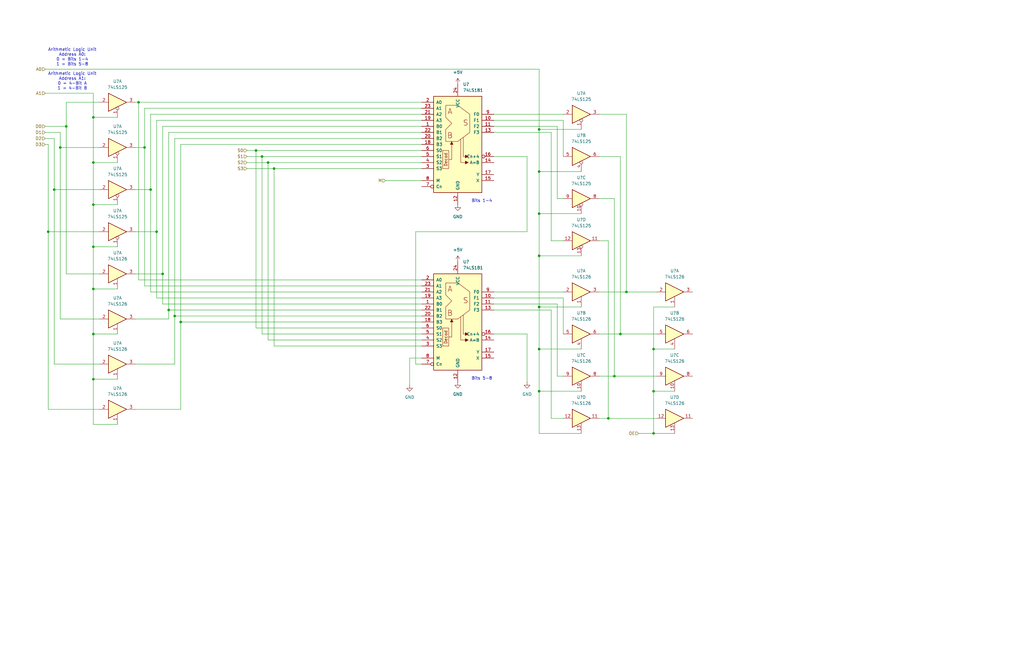
<source format=kicad_sch>
(kicad_sch (version 20231120) (generator "eeschema") (generator_version "8.0")
  (paper "B")
  (lib_symbols
    (symbol "74xx:74HC04"
      (property "Reference" "U" (at 0 1.27 0))
      (property "Value" "74HC04" (at 0 -1.27 0))
      (symbol "74HC04_1_0"
        (polyline (pts (xy -3.81 3.81) (xy -3.81 -3.81) (xy 3.81 0) (xy -3.81 3.81)) (stroke (width 0.254)) (fill (type background)))
        (pin input line (at -7.62 0 0) (length 3.81) (name "~") (number "1"))
        (pin output inverted (at 7.62 0 180) (length 3.81) (name "~") (number "2"))
      )
      (symbol "74HC04_2_0"
        (polyline (pts (xy -3.81 3.81) (xy -3.81 -3.81) (xy 3.81 0) (xy -3.81 3.81)) (stroke (width 0.254)) (fill (type background)))
        (pin input line (at -7.62 0 0) (length 3.81) (name "~") (number "3"))
        (pin output inverted (at 7.62 0 180) (length 3.81) (name "~") (number "4"))
      )
      (symbol "74HC04_3_0"
        (polyline (pts (xy -3.81 3.81) (xy -3.81 -3.81) (xy 3.81 0) (xy -3.81 3.81)) (stroke (width 0.254)) (fill (type background)))
        (pin input line (at -7.62 0 0) (length 3.81) (name "~") (number "5"))
        (pin output inverted (at 7.62 0 180) (length 3.81) (name "~") (number "6"))
      )
      (symbol "74HC04_4_0"
        (polyline (pts (xy -3.81 3.81) (xy -3.81 -3.81) (xy 3.81 0) (xy -3.81 3.81)) (stroke (width 0.254)) (fill (type background)))
        (pin output inverted (at 7.62 0 180) (length 3.81) (name "~") (number "8"))
        (pin input line (at -7.62 0 0) (length 3.81) (name "~") (number "9"))
      )
      (symbol "74HC04_5_0"
        (polyline (pts (xy -3.81 3.81) (xy -3.81 -3.81) (xy 3.81 0) (xy -3.81 3.81)) (stroke (width 0.254)) (fill (type background)))
        (pin output inverted (at 7.62 0 180) (length 3.81) (name "~") (number "10"))
        (pin input line (at -7.62 0 0) (length 3.81) (name "~") (number "11"))
      )
      (symbol "74HC04_6_0"
        (polyline (pts (xy -3.81 3.81) (xy -3.81 -3.81) (xy 3.81 0) (xy -3.81 3.81)) (stroke (width 0.254)) (fill (type background)))
        (pin output inverted (at 7.62 0 180) (length 3.81) (name "~") (number "12"))
        (pin input line (at -7.62 0 0) (length 3.81) (name "~") (number "13"))
      )
      (symbol "74HC04_7_0"
        (pin power_in line (at 0 12.7 270) (length 5.08) (name "VCC") (number "14"))
        (pin power_in line (at 0 -12.7 90) (length 5.08) (name "GND") (number "7"))
      )
      (symbol "74HC04_7_1"
        (rectangle (start -5.08 7.62) (end 5.08 -7.62) (stroke (width 0.254)) (fill (type background)))
      )
    )
    (symbol "74xx:74LS08" (pin_names (offset 1.016))
      (property "Reference" "U" (at 0 1.27 0))
      (property "Value" "74LS08" (at 0 -1.27 0))
      (symbol "74LS08_1_1"
        (arc (start 0 -3.81) (mid 3.7934 0) (end 0 3.81) (stroke (width 0.254)) (fill (type background)))
        (polyline (pts (xy 0 3.81) (xy -3.81 3.81) (xy -3.81 -3.81) (xy 0 -3.81)) (stroke (width 0.254)) (fill (type background)))
        (pin input line (at -7.62 2.54 0) (length 3.81) (name "~") (number "1"))
        (pin input line (at -7.62 -2.54 0) (length 3.81) (name "~") (number "2"))
        (pin output line (at 7.62 0 180) (length 3.81) (name "~") (number "3"))
      )
      (symbol "74LS08_1_2"
        (arc (start -3.81 -3.81) (mid -2.589 0) (end -3.81 3.81) (stroke (width 0.254)))
        (arc (start -0.6096 -3.81) (mid 2.1842 -2.5851) (end 3.81 0) (stroke (width 0.254)) (fill (type background)))
        (polyline (pts (xy -3.81 -3.81) (xy -0.635 -3.81)) (stroke (width 0.254)) (fill (type background)))
        (polyline (pts (xy -3.81 3.81) (xy -0.635 3.81)) (stroke (width 0.254)) (fill (type background)))
        (polyline (pts (xy -0.635 3.81) (xy -3.81 3.81) (xy -3.81 3.81) (xy -3.556 3.4036) (xy -3.0226 2.2606) (xy -2.6924 1.0414) (xy -2.6162 -0.254) (xy -2.7686 -1.4986) (xy -3.175 -2.7178) (xy -3.81 -3.81) (xy -3.81 -3.81) (xy -0.635 -3.81)) (stroke (width -25.4)) (fill (type background)))
        (arc (start 3.81 0) (mid 2.1915 2.5936) (end -0.6096 3.81) (stroke (width 0.254)) (fill (type background)))
        (pin input inverted (at -7.62 2.54 0) (length 4.318) (name "~") (number "1"))
        (pin input inverted (at -7.62 -2.54 0) (length 4.318) (name "~") (number "2"))
        (pin output inverted (at 7.62 0 180) (length 3.81) (name "~") (number "3"))
      )
      (symbol "74LS08_2_1"
        (arc (start 0 -3.81) (mid 3.7934 0) (end 0 3.81) (stroke (width 0.254)) (fill (type background)))
        (polyline (pts (xy 0 3.81) (xy -3.81 3.81) (xy -3.81 -3.81) (xy 0 -3.81)) (stroke (width 0.254)) (fill (type background)))
        (pin input line (at -7.62 2.54 0) (length 3.81) (name "~") (number "4"))
        (pin input line (at -7.62 -2.54 0) (length 3.81) (name "~") (number "5"))
        (pin output line (at 7.62 0 180) (length 3.81) (name "~") (number "6"))
      )
      (symbol "74LS08_2_2"
        (arc (start -3.81 -3.81) (mid -2.589 0) (end -3.81 3.81) (stroke (width 0.254)))
        (arc (start -0.6096 -3.81) (mid 2.1842 -2.5851) (end 3.81 0) (stroke (width 0.254)) (fill (type background)))
        (polyline (pts (xy -3.81 -3.81) (xy -0.635 -3.81)) (stroke (width 0.254)) (fill (type background)))
        (polyline (pts (xy -3.81 3.81) (xy -0.635 3.81)) (stroke (width 0.254)) (fill (type background)))
        (polyline (pts (xy -0.635 3.81) (xy -3.81 3.81) (xy -3.81 3.81) (xy -3.556 3.4036) (xy -3.0226 2.2606) (xy -2.6924 1.0414) (xy -2.6162 -0.254) (xy -2.7686 -1.4986) (xy -3.175 -2.7178) (xy -3.81 -3.81) (xy -3.81 -3.81) (xy -0.635 -3.81)) (stroke (width -25.4)) (fill (type background)))
        (arc (start 3.81 0) (mid 2.1915 2.5936) (end -0.6096 3.81) (stroke (width 0.254)) (fill (type background)))
        (pin input inverted (at -7.62 2.54 0) (length 4.318) (name "~") (number "4"))
        (pin input inverted (at -7.62 -2.54 0) (length 4.318) (name "~") (number "5"))
        (pin output inverted (at 7.62 0 180) (length 3.81) (name "~") (number "6"))
      )
      (symbol "74LS08_3_1"
        (arc (start 0 -3.81) (mid 3.7934 0) (end 0 3.81) (stroke (width 0.254)) (fill (type background)))
        (polyline (pts (xy 0 3.81) (xy -3.81 3.81) (xy -3.81 -3.81) (xy 0 -3.81)) (stroke (width 0.254)) (fill (type background)))
        (pin input line (at -7.62 -2.54 0) (length 3.81) (name "~") (number "10"))
        (pin output line (at 7.62 0 180) (length 3.81) (name "~") (number "8"))
        (pin input line (at -7.62 2.54 0) (length 3.81) (name "~") (number "9"))
      )
      (symbol "74LS08_3_2"
        (arc (start -3.81 -3.81) (mid -2.589 0) (end -3.81 3.81) (stroke (width 0.254)))
        (arc (start -0.6096 -3.81) (mid 2.1842 -2.5851) (end 3.81 0) (stroke (width 0.254)) (fill (type background)))
        (polyline (pts (xy -3.81 -3.81) (xy -0.635 -3.81)) (stroke (width 0.254)) (fill (type background)))
        (polyline (pts (xy -3.81 3.81) (xy -0.635 3.81)) (stroke (width 0.254)) (fill (type background)))
        (polyline (pts (xy -0.635 3.81) (xy -3.81 3.81) (xy -3.81 3.81) (xy -3.556 3.4036) (xy -3.0226 2.2606) (xy -2.6924 1.0414) (xy -2.6162 -0.254) (xy -2.7686 -1.4986) (xy -3.175 -2.7178) (xy -3.81 -3.81) (xy -3.81 -3.81) (xy -0.635 -3.81)) (stroke (width -25.4)) (fill (type background)))
        (arc (start 3.81 0) (mid 2.1915 2.5936) (end -0.6096 3.81) (stroke (width 0.254)) (fill (type background)))
        (pin input inverted (at -7.62 -2.54 0) (length 4.318) (name "~") (number "10"))
        (pin output inverted (at 7.62 0 180) (length 3.81) (name "~") (number "8"))
        (pin input inverted (at -7.62 2.54 0) (length 4.318) (name "~") (number "9"))
      )
      (symbol "74LS08_4_1"
        (arc (start 0 -3.81) (mid 3.7934 0) (end 0 3.81) (stroke (width 0.254)) (fill (type background)))
        (polyline (pts (xy 0 3.81) (xy -3.81 3.81) (xy -3.81 -3.81) (xy 0 -3.81)) (stroke (width 0.254)) (fill (type background)))
        (pin output line (at 7.62 0 180) (length 3.81) (name "~") (number "11"))
        (pin input line (at -7.62 2.54 0) (length 3.81) (name "~") (number "12"))
        (pin input line (at -7.62 -2.54 0) (length 3.81) (name "~") (number "13"))
      )
      (symbol "74LS08_4_2"
        (arc (start -3.81 -3.81) (mid -2.589 0) (end -3.81 3.81) (stroke (width 0.254)))
        (arc (start -0.6096 -3.81) (mid 2.1842 -2.5851) (end 3.81 0) (stroke (width 0.254)) (fill (type background)))
        (polyline (pts (xy -3.81 -3.81) (xy -0.635 -3.81)) (stroke (width 0.254)) (fill (type background)))
        (polyline (pts (xy -3.81 3.81) (xy -0.635 3.81)) (stroke (width 0.254)) (fill (type background)))
        (polyline (pts (xy -0.635 3.81) (xy -3.81 3.81) (xy -3.81 3.81) (xy -3.556 3.4036) (xy -3.0226 2.2606) (xy -2.6924 1.0414) (xy -2.6162 -0.254) (xy -2.7686 -1.4986) (xy -3.175 -2.7178) (xy -3.81 -3.81) (xy -3.81 -3.81) (xy -0.635 -3.81)) (stroke (width -25.4)) (fill (type background)))
        (arc (start 3.81 0) (mid 2.1915 2.5936) (end -0.6096 3.81) (stroke (width 0.254)) (fill (type background)))
        (pin output inverted (at 7.62 0 180) (length 3.81) (name "~") (number "11"))
        (pin input inverted (at -7.62 2.54 0) (length 4.318) (name "~") (number "12"))
        (pin input inverted (at -7.62 -2.54 0) (length 4.318) (name "~") (number "13"))
      )
      (symbol "74LS08_5_0"
        (pin power_in line (at 0 12.7 270) (length 5.08) (name "VCC") (number "14"))
        (pin power_in line (at 0 -12.7 90) (length 5.08) (name "GND") (number "7"))
      )
      (symbol "74LS08_5_1"
        (rectangle (start -5.08 7.62) (end 5.08 -7.62) (stroke (width 0.254)) (fill (type background)))
      )
    )
    (symbol "74xx:74LS125" (pin_names (offset 1.016))
      (property "Reference" "U" (at 0 1.27 0))
      (property "Value" "74LS125" (at 0 -1.27 0))
      (symbol "74LS125_1_0"
        (polyline (pts (xy -3.81 3.81) (xy -3.81 -3.81) (xy 3.81 0) (xy -3.81 3.81)) (stroke (width 0.254)) (fill (type background)))
        (pin input inverted (at 0 -6.35 90) (length 4.445) (name "~") (number "1"))
        (pin input line (at -7.62 0 0) (length 3.81) (name "~") (number "2"))
        (pin tri_state line (at 7.62 0 180) (length 3.81) (name "~") (number "3"))
      )
      (symbol "74LS125_2_0"
        (polyline (pts (xy -3.81 3.81) (xy -3.81 -3.81) (xy 3.81 0) (xy -3.81 3.81)) (stroke (width 0.254)) (fill (type background)))
        (pin input inverted (at 0 -6.35 90) (length 4.445) (name "~") (number "4"))
        (pin input line (at -7.62 0 0) (length 3.81) (name "~") (number "5"))
        (pin tri_state line (at 7.62 0 180) (length 3.81) (name "~") (number "6"))
      )
      (symbol "74LS125_3_0"
        (polyline (pts (xy -3.81 3.81) (xy -3.81 -3.81) (xy 3.81 0) (xy -3.81 3.81)) (stroke (width 0.254)) (fill (type background)))
        (pin input inverted (at 0 -6.35 90) (length 4.445) (name "~") (number "10"))
        (pin tri_state line (at 7.62 0 180) (length 3.81) (name "~") (number "8"))
        (pin input line (at -7.62 0 0) (length 3.81) (name "~") (number "9"))
      )
      (symbol "74LS125_4_0"
        (polyline (pts (xy -3.81 3.81) (xy -3.81 -3.81) (xy 3.81 0) (xy -3.81 3.81)) (stroke (width 0.254)) (fill (type background)))
        (pin tri_state line (at 7.62 0 180) (length 3.81) (name "~") (number "11"))
        (pin input line (at -7.62 0 0) (length 3.81) (name "~") (number "12"))
        (pin input inverted (at 0 -6.35 90) (length 4.445) (name "~") (number "13"))
      )
      (symbol "74LS125_5_0"
        (pin power_in line (at 0 12.7 270) (length 5.08) (name "VCC") (number "14"))
        (pin power_in line (at 0 -12.7 90) (length 5.08) (name "GND") (number "7"))
      )
      (symbol "74LS125_5_1"
        (rectangle (start -5.08 7.62) (end 5.08 -7.62) (stroke (width 0.254)) (fill (type background)))
      )
    )
    (symbol "74xx:74LS126" (pin_names (offset 1.016))
      (property "Reference" "U" (at 0 1.27 0))
      (property "Value" "74LS126" (at 0 -1.27 0))
      (symbol "74LS126_1_0"
        (polyline (pts (xy -3.81 3.81) (xy -3.81 -3.81) (xy 3.81 0) (xy -3.81 3.81)) (stroke (width 0.254)) (fill (type background)))
        (pin input line (at 0 -6.35 90) (length 4.445) (name "~") (number "1"))
        (pin input line (at -7.62 0 0) (length 3.81) (name "~") (number "2"))
        (pin tri_state line (at 7.62 0 180) (length 3.81) (name "~") (number "3"))
      )
      (symbol "74LS126_2_0"
        (polyline (pts (xy -3.81 3.81) (xy -3.81 -3.81) (xy 3.81 0) (xy -3.81 3.81)) (stroke (width 0.254)) (fill (type background)))
        (pin input line (at 0 -6.35 90) (length 4.445) (name "~") (number "4"))
        (pin input line (at -7.62 0 0) (length 3.81) (name "~") (number "5"))
        (pin tri_state line (at 7.62 0 180) (length 3.81) (name "~") (number "6"))
      )
      (symbol "74LS126_3_0"
        (polyline (pts (xy -3.81 3.81) (xy -3.81 -3.81) (xy 3.81 0) (xy -3.81 3.81)) (stroke (width 0.254)) (fill (type background)))
        (pin input line (at 0 -6.35 90) (length 4.445) (name "~") (number "10"))
        (pin tri_state line (at 7.62 0 180) (length 3.81) (name "~") (number "8"))
        (pin input line (at -7.62 0 0) (length 3.81) (name "~") (number "9"))
      )
      (symbol "74LS126_4_0"
        (polyline (pts (xy -3.81 3.81) (xy -3.81 -3.81) (xy 3.81 0) (xy -3.81 3.81)) (stroke (width 0.254)) (fill (type background)))
        (pin tri_state line (at 7.62 0 180) (length 3.81) (name "~") (number "11"))
        (pin input line (at -7.62 0 0) (length 3.81) (name "~") (number "12"))
        (pin input line (at 0 -6.35 90) (length 4.445) (name "~") (number "13"))
      )
      (symbol "74LS126_5_0"
        (pin power_in line (at 0 12.7 270) (length 5.08) (name "VCC") (number "14"))
        (pin power_in line (at 0 -12.7 90) (length 5.08) (name "GND") (number "7"))
      )
      (symbol "74LS126_5_1"
        (rectangle (start -5.08 7.62) (end 5.08 -7.62) (stroke (width 0.254)) (fill (type background)))
      )
    )
    (symbol "74xx:74LS181" (pin_names (offset 1.016))
      (property "Reference" "U" (at -7.62 21.59 0))
      (property "Value" "74LS181" (at -7.62 -21.59 0))
      (symbol "74LS181_1_0"
        (polyline (pts (xy -3.81 -6.35) (xy -2.54 -6.35) (xy -2.54 1.27)))
        (polyline (pts (xy -2.54 1.27) (xy -3.175 0) (xy -1.905 0)) (fill (type outline)))
        (polyline (pts (xy 1.27 2.159) (xy 1.27 -7.62) (xy 3.175 -7.62)))
        (polyline (pts (xy 3.175 -5.08) (xy 2.286 -5.08) (xy 2.286 2.921)))
        (polyline (pts (xy 4.445 -7.62) (xy 3.175 -6.985) (xy 3.175 -8.255) (xy 4.445 -7.62)) (fill (type outline)))
        (polyline (pts (xy 4.445 -5.08) (xy 3.175 -4.445) (xy 3.175 -5.715) (xy 4.445 -5.08)) (fill (type outline)))
        (polyline (pts (xy -6.35 -2.54) (xy -6.35 -10.16) (xy -3.81 -10.16) (xy -3.81 -2.54) (xy -6.35 -2.54)))
        (polyline (pts (xy -5.08 16.51) (xy -5.08 11.43) (xy -2.54 8.89) (xy -5.08 6.35) (xy -5.08 1.27) (xy 0 1.27) (xy 5.08 5.08) (xy 5.08 12.7) (xy 0 16.51) (xy -5.08 16.51)))
        (text "A" (at -3.302 13.97 0) (effects (font (size 2.286 2.286))))
        (text "B" (at -3.302 3.81 0) (effects (font (size 2.286 2.286))))
        (text "Decod" (at -5.08 -6.35 900) (effects (font (size 1.27 1.27))))
        (text "S" (at 3.302 9.144 0) (effects (font (size 2.286 2.286))))
        (pin input line (at -15.24 7.62 0) (length 5.08) (name "B0") (number "1"))
        (pin output line (at 15.24 10.16 180) (length 5.08) (name "F1") (number "10"))
        (pin output line (at 15.24 7.62 180) (length 5.08) (name "F2") (number "11"))
        (pin power_in line (at 0 -25.4 90) (length 5.08) (name "GND") (number "12"))
        (pin output line (at 15.24 5.08 180) (length 5.08) (name "F3") (number "13"))
        (pin output line (at 15.24 -7.62 180) (length 5.08) (name "A=B") (number "14"))
        (pin output line (at 15.24 -15.24 180) (length 5.08) (name "X") (number "15"))
        (pin output inverted (at 15.24 -5.08 180) (length 5.08) (name "Cn+4") (number "16"))
        (pin output line (at 15.24 -12.7 180) (length 5.08) (name "Y") (number "17"))
        (pin input line (at -15.24 0 0) (length 5.08) (name "B3") (number "18"))
        (pin input line (at -15.24 10.16 0) (length 5.08) (name "A3") (number "19"))
        (pin input line (at -15.24 17.78 0) (length 5.08) (name "A0") (number "2"))
        (pin input line (at -15.24 2.54 0) (length 5.08) (name "B2") (number "20"))
        (pin input line (at -15.24 12.7 0) (length 5.08) (name "A2") (number "21"))
        (pin input line (at -15.24 5.08 0) (length 5.08) (name "B1") (number "22"))
        (pin input line (at -15.24 15.24 0) (length 5.08) (name "A1") (number "23"))
        (pin power_in line (at 0 25.4 270) (length 5.08) (name "VCC") (number "24"))
        (pin input line (at -15.24 -10.16 0) (length 5.08) (name "S3") (number "3"))
        (pin input line (at -15.24 -7.62 0) (length 5.08) (name "S2") (number "4"))
        (pin input line (at -15.24 -5.08 0) (length 5.08) (name "S1") (number "5"))
        (pin input line (at -15.24 -2.54 0) (length 5.08) (name "S0") (number "6"))
        (pin input inverted (at -15.24 -17.78 0) (length 5.08) (name "Cn") (number "7"))
        (pin input line (at -15.24 -15.24 0) (length 5.08) (name "M") (number "8"))
        (pin output line (at 15.24 12.7 180) (length 5.08) (name "F0") (number "9"))
      )
      (symbol "74LS181_1_1"
        (rectangle (start -10.16 20.32) (end 10.16 -20.32) (stroke (width 0.254)) (fill (type background)))
      )
    )
    (symbol "74xx:74LS283" (pin_names (offset 1.016))
      (property "Reference" "U" (at -7.62 16.51 0))
      (property "Value" "74LS283" (at -7.62 -16.51 0))
      (symbol "74LS283_1_0"
        (pin output line (at 12.7 10.16 180) (length 5.08) (name "S2") (number "1"))
        (pin output line (at 12.7 5.08 180) (length 5.08) (name "S4") (number "10"))
        (pin input line (at -12.7 -12.7 0) (length 5.08) (name "B4") (number "11"))
        (pin input line (at -12.7 0 0) (length 5.08) (name "A4") (number "12"))
        (pin output line (at 12.7 7.62 180) (length 5.08) (name "S3") (number "13"))
        (pin input line (at -12.7 2.54 0) (length 5.08) (name "A3") (number "14"))
        (pin input line (at -12.7 -10.16 0) (length 5.08) (name "B3") (number "15"))
        (pin power_in line (at 0 20.32 270) (length 5.08) (name "VCC") (number "16"))
        (pin input line (at -12.7 -7.62 0) (length 5.08) (name "B2") (number "2"))
        (pin input line (at -12.7 5.08 0) (length 5.08) (name "A2") (number "3"))
        (pin output line (at 12.7 12.7 180) (length 5.08) (name "S1") (number "4"))
        (pin input line (at -12.7 7.62 0) (length 5.08) (name "A1") (number "5"))
        (pin input line (at -12.7 -5.08 0) (length 5.08) (name "B1") (number "6"))
        (pin input line (at -12.7 12.7 0) (length 5.08) (name "C0") (number "7"))
        (pin power_in line (at 0 -20.32 90) (length 5.08) (name "GND") (number "8"))
        (pin output line (at 12.7 0 180) (length 5.08) (name "C4") (number "9"))
      )
      (symbol "74LS283_1_1"
        (rectangle (start -7.62 15.24) (end 7.62 -15.24) (stroke (width 0.254)) (fill (type background)))
      )
    )
    (symbol "power:+5V" (power) (pin_numbers hide) (pin_names (offset 0) hide)
      (property "Value" "+5V" (at 0 3.556 0))
      (symbol "+5V_0_1"
        (polyline (pts (xy -0.762 1.27) (xy 0 2.54)))
        (polyline (pts (xy 0 0) (xy 0 2.54)))
        (polyline (pts (xy 0 2.54) (xy 0.762 1.27)))
      )
      (symbol "+5V_1_1"
        (pin power_in line (at 0 0 90) (length 0) (name "~") (number "1"))
      )
    )
    (symbol "power:GND" (power) (pin_numbers hide) (pin_names (offset 0) hide)
      (property "Value" "GND" (at 0 -3.81 0))
      (symbol "GND_0_1"
        (polyline (pts (xy 0 0) (xy 0 -1.27) (xy 1.27 -1.27) (xy 0 -2.54) (xy -1.27 -1.27) (xy 0 -1.27)))
      )
      (symbol "GND_1_1"
        (pin power_in line (at 0 0 270) (length 0) (name "~") (number "1"))
      )
    )
  )
  (junction (at 68.58 115.57))
  (junction (at 25.4 62.23))
  (junction (at 227.33 147.32))
  (junction (at 227.33 90.17))
  (junction (at 39.37 86.36))
  (junction (at 227.33 129.54))
  (junction (at 113.03 68.58))
  (junction (at 66.04 97.79))
  (junction (at 22.86 80.01))
  (junction (at 39.37 140.97))
  (junction (at 275.59 147.32))
  (junction (at 115.57 71.12))
  (junction (at 76.2 135.89))
  (junction (at 275.59 182.88))
  (junction (at 227.33 54.61))
  (junction (at 73.66 133.35))
  (junction (at 259.08 158.75))
  (junction (at 20.32 97.79))
  (junction (at 39.37 49.53))
  (junction (at 63.5 80.01))
  (junction (at 275.59 165.1))
  (junction (at 58.42 43.18))
  (junction (at 264.16 123.19))
  (junction (at 60.96 62.23))
  (junction (at 27.94 53.34))
  (junction (at 39.37 160.02))
  (junction (at 71.12 130.81))
  (junction (at 107.95 63.5))
  (junction (at 39.37 121.92))
  (junction (at 39.37 68.58))
  (junction (at 261.62 140.97))
  (junction (at 227.33 165.1))
  (junction (at 227.33 107.95))
  (junction (at 227.33 72.39))
  (junction (at 39.37 104.14))
  (junction (at 110.49 66.04))
  (junction (at 256.54 176.53))
  (wire (pts (xy 41.91 172.72) (xy 20.32 172.72)))
  (wire (pts (xy 237.49 50.8) (xy 237.49 66.04)))
  (wire (pts (xy 20.32 60.96) (xy 20.32 97.79)))
  (wire (pts (xy 269.24 182.88) (xy 275.59 182.88)))
  (wire (pts (xy 57.15 134.62) (xy 71.12 134.62)))
  (wire (pts (xy 177.8 133.35) (xy 73.66 133.35)))
  (wire (pts (xy 264.16 48.26) (xy 252.73 48.26)))
  (wire (pts (xy 259.08 83.82) (xy 252.73 83.82)))
  (wire (pts (xy 71.12 55.88) (xy 177.8 55.88)))
  (wire (pts (xy 177.8 120.65) (xy 60.96 120.65)))
  (wire (pts (xy 39.37 140.97) (xy 39.37 160.02)))
  (wire (pts (xy 227.33 147.32) (xy 245.11 147.32)))
  (wire (pts (xy 19.05 29.21) (xy 227.33 29.21)))
  (wire (pts (xy 275.59 129.54) (xy 275.59 147.32)))
  (wire (pts (xy 104.14 63.5) (xy 107.95 63.5)))
  (wire (pts (xy 261.62 140.97) (xy 276.86 140.97)))
  (wire (pts (xy 245.11 54.61) (xy 227.33 54.61)))
  (wire (pts (xy 19.05 58.42) (xy 22.86 58.42)))
  (wire (pts (xy 234.95 128.27) (xy 234.95 158.75)))
  (wire (pts (xy 234.95 53.34) (xy 234.95 83.82)))
  (wire (pts (xy 57.15 43.18) (xy 58.42 43.18)))
  (wire (pts (xy 208.28 125.73) (xy 237.49 125.73)))
  (wire (pts (xy 177.8 48.26) (xy 63.5 48.26)))
  (wire (pts (xy 76.2 135.89) (xy 76.2 60.96)))
  (wire (pts (xy 49.53 160.02) (xy 39.37 160.02)))
  (wire (pts (xy 49.53 68.58) (xy 39.37 68.58)))
  (wire (pts (xy 60.96 62.23) (xy 57.15 62.23)))
  (wire (pts (xy 232.41 55.88) (xy 208.28 55.88)))
  (wire (pts (xy 63.5 48.26) (xy 63.5 80.01)))
  (wire (pts (xy 172.72 162.56) (xy 172.72 151.13)))
  (wire (pts (xy 25.4 62.23) (xy 25.4 134.62)))
  (wire (pts (xy 284.48 129.54) (xy 275.59 129.54)))
  (wire (pts (xy -309.88 250.19) (xy -309.88 267.97)))
  (wire (pts (xy 256.54 101.6) (xy 256.54 176.53)))
  (wire (pts (xy 227.33 165.1) (xy 245.11 165.1)))
  (wire (pts (xy 227.33 90.17) (xy 227.33 107.95)))
  (wire (pts (xy 232.41 130.81) (xy 208.28 130.81)))
  (wire (pts (xy 177.8 128.27) (xy 68.58 128.27)))
  (wire (pts (xy 68.58 115.57) (xy 68.58 53.34)))
  (wire (pts (xy 275.59 147.32) (xy 275.59 165.1)))
  (wire (pts (xy 19.05 60.96) (xy 20.32 60.96)))
  (wire (pts (xy 25.4 55.88) (xy 25.4 62.23)))
  (wire (pts (xy 71.12 130.81) (xy 71.12 55.88)))
  (wire (pts (xy 73.66 133.35) (xy 73.66 153.67)))
  (wire (pts (xy 245.11 107.95) (xy 227.33 107.95)))
  (wire (pts (xy 252.73 101.6) (xy 256.54 101.6)))
  (wire (pts (xy 41.91 134.62) (xy 25.4 134.62)))
  (wire (pts (xy 63.5 123.19) (xy 63.5 80.01)))
  (wire (pts (xy 275.59 182.88) (xy 284.48 182.88)))
  (wire (pts (xy 76.2 172.72) (xy 76.2 135.89)))
  (wire (pts (xy 232.41 101.6) (xy 232.41 55.88)))
  (wire (pts (xy 57.15 153.67) (xy 73.66 153.67)))
  (wire (pts (xy 68.58 53.34) (xy 177.8 53.34)))
  (wire (pts (xy 208.28 53.34) (xy 234.95 53.34)))
  (wire (pts (xy 22.86 80.01) (xy 41.91 80.01)))
  (wire (pts (xy 264.16 123.19) (xy 264.16 48.26)))
  (wire (pts (xy 227.33 90.17) (xy 245.11 90.17)))
  (wire (pts (xy 60.96 45.72) (xy 60.96 62.23)))
  (wire (pts (xy 49.53 86.36) (xy 39.37 86.36)))
  (wire (pts (xy 162.56 76.2) (xy 177.8 76.2)))
  (wire (pts (xy 39.37 121.92) (xy 39.37 140.97)))
  (wire (pts (xy -284.48 250.19) (xy -309.88 250.19)))
  (wire (pts (xy 177.8 153.67) (xy 175.26 153.67)))
  (wire (pts (xy 259.08 158.75) (xy 276.86 158.75)))
  (wire (pts (xy 264.16 123.19) (xy 252.73 123.19)))
  (wire (pts (xy 177.8 58.42) (xy 73.66 58.42)))
  (wire (pts (xy 39.37 68.58) (xy 39.37 86.36)))
  (wire (pts (xy 227.33 72.39) (xy 227.33 54.61)))
  (wire (pts (xy 113.03 143.51) (xy 177.8 143.51)))
  (wire (pts (xy 227.33 107.95) (xy 227.33 129.54)))
  (wire (pts (xy 259.08 158.75) (xy 259.08 83.82)))
  (wire (pts (xy 39.37 49.53) (xy 49.53 49.53)))
  (wire (pts (xy 172.72 151.13) (xy 177.8 151.13)))
  (wire (pts (xy 107.95 63.5) (xy 107.95 138.43)))
  (wire (pts (xy 245.11 72.39) (xy 227.33 72.39)))
  (wire (pts (xy 22.86 80.01) (xy 22.86 58.42)))
  (wire (pts (xy 232.41 176.53) (xy 232.41 130.81)))
  (wire (pts (xy 66.04 125.73) (xy 66.04 97.79)))
  (wire (pts (xy 49.53 104.14) (xy 39.37 104.14)))
  (wire (pts (xy 227.33 129.54) (xy 227.33 147.32)))
  (wire (pts (xy 39.37 39.37) (xy 39.37 49.53)))
  (wire (pts (xy 104.14 68.58) (xy 113.03 68.58)))
  (wire (pts (xy 39.37 86.36) (xy 39.37 104.14)))
  (wire (pts (xy 68.58 128.27) (xy 68.58 115.57)))
  (wire (pts (xy 177.8 50.8) (xy 66.04 50.8)))
  (wire (pts (xy 104.14 66.04) (xy 110.49 66.04)))
  (wire (pts (xy 222.25 140.97) (xy 208.28 140.97)))
  (wire (pts (xy 252.73 140.97) (xy 261.62 140.97)))
  (wire (pts (xy 237.49 101.6) (xy 232.41 101.6)))
  (wire (pts (xy 107.95 63.5) (xy 177.8 63.5)))
  (wire (pts (xy 227.33 147.32) (xy 227.33 165.1)))
  (wire (pts (xy 57.15 97.79) (xy 66.04 97.79)))
  (wire (pts (xy 275.59 165.1) (xy 284.48 165.1)))
  (wire (pts (xy 208.28 50.8) (xy 237.49 50.8)))
  (wire (pts (xy 49.53 179.07) (xy 39.37 179.07)))
  (wire (pts (xy 222.25 140.97) (xy 222.25 161.29)))
  (wire (pts (xy 25.4 62.23) (xy 41.91 62.23)))
  (wire (pts (xy 177.8 45.72) (xy 60.96 45.72)))
  (wire (pts (xy 60.96 120.65) (xy 60.96 62.23)))
  (wire (pts (xy 175.26 97.79) (xy 222.25 97.79)))
  (wire (pts (xy 110.49 66.04) (xy 177.8 66.04)))
  (wire (pts (xy 39.37 104.14) (xy 39.37 121.92)))
  (wire (pts (xy 252.73 66.04) (xy 261.62 66.04)))
  (wire (pts (xy 27.94 53.34) (xy 27.94 115.57)))
  (wire (pts (xy 39.37 68.58) (xy 39.37 49.53)))
  (wire (pts (xy 66.04 50.8) (xy 66.04 97.79)))
  (wire (pts (xy 264.16 123.19) (xy 276.86 123.19)))
  (wire (pts (xy 19.05 55.88) (xy 25.4 55.88)))
  (wire (pts (xy 27.94 43.18) (xy 41.91 43.18)))
  (wire (pts (xy -284.48 219.71) (xy -284.48 250.19)))
  (wire (pts (xy 22.86 153.67) (xy 22.86 80.01)))
  (wire (pts (xy 256.54 176.53) (xy 276.86 176.53)))
  (wire (pts (xy 177.8 146.05) (xy 115.57 146.05)))
  (wire (pts (xy 261.62 66.04) (xy 261.62 140.97)))
  (wire (pts (xy 76.2 135.89) (xy 177.8 135.89)))
  (wire (pts (xy 58.42 118.11) (xy 58.42 43.18)))
  (wire (pts (xy 208.28 128.27) (xy 234.95 128.27)))
  (wire (pts (xy 115.57 71.12) (xy 177.8 71.12)))
  (wire (pts (xy 275.59 147.32) (xy 284.48 147.32)))
  (wire (pts (xy 177.8 140.97) (xy 110.49 140.97)))
  (wire (pts (xy 227.33 165.1) (xy 227.33 182.88)))
  (wire (pts (xy 227.33 29.21) (xy 227.33 54.61)))
  (wire (pts (xy 275.59 165.1) (xy 275.59 182.88)))
  (wire (pts (xy 71.12 134.62) (xy 71.12 130.81)))
  (wire (pts (xy 227.33 90.17) (xy 227.33 72.39)))
  (wire (pts (xy 110.49 140.97) (xy 110.49 66.04)))
  (wire (pts (xy 104.14 71.12) (xy 115.57 71.12)))
  (wire (pts (xy 57.15 172.72) (xy 76.2 172.72)))
  (wire (pts (xy 27.94 53.34) (xy 27.94 43.18)))
  (wire (pts (xy 41.91 153.67) (xy 22.86 153.67)))
  (wire (pts (xy 259.08 158.75) (xy 252.73 158.75)))
  (wire (pts (xy 58.42 43.18) (xy 177.8 43.18)))
  (wire (pts (xy 71.12 130.81) (xy 177.8 130.81)))
  (wire (pts (xy 222.25 97.79) (xy 222.25 66.04)))
  (wire (pts (xy 76.2 60.96) (xy 177.8 60.96)))
  (wire (pts (xy 41.91 115.57) (xy 27.94 115.57)))
  (wire (pts (xy 19.05 53.34) (xy 27.94 53.34)))
  (wire (pts (xy 113.03 68.58) (xy 113.03 143.51)))
  (wire (pts (xy 73.66 58.42) (xy 73.66 133.35)))
  (wire (pts (xy 57.15 115.57) (xy 68.58 115.57)))
  (wire (pts (xy 115.57 146.05) (xy 115.57 71.12)))
  (wire (pts (xy 20.32 172.72) (xy 20.32 97.79)))
  (wire (pts (xy 237.49 176.53) (xy 232.41 176.53)))
  (wire (pts (xy 177.8 118.11) (xy 58.42 118.11)))
  (wire (pts (xy 49.53 121.92) (xy 39.37 121.92)))
  (wire (pts (xy 177.8 125.73) (xy 66.04 125.73)))
  (wire (pts (xy 113.03 68.58) (xy 177.8 68.58)))
  (wire (pts (xy 237.49 125.73) (xy 237.49 140.97)))
  (wire (pts (xy 208.28 48.26) (xy 237.49 48.26)))
  (wire (pts (xy 252.73 176.53) (xy 256.54 176.53)))
  (wire (pts (xy 57.15 80.01) (xy 63.5 80.01)))
  (wire (pts (xy 49.53 140.97) (xy 39.37 140.97)))
  (wire (pts (xy 39.37 160.02) (xy 39.37 179.07)))
  (wire (pts (xy 177.8 123.19) (xy 63.5 123.19)))
  (wire (pts (xy 19.05 39.37) (xy 39.37 39.37)))
  (wire (pts (xy 245.11 129.54) (xy 227.33 129.54)))
  (wire (pts (xy 245.11 182.88) (xy 227.33 182.88)))
  (wire (pts (xy 20.32 97.79) (xy 41.91 97.79)))
  (wire (pts (xy 107.95 138.43) (xy 177.8 138.43)))
  (wire (pts (xy 222.25 66.04) (xy 208.28 66.04)))
  (wire (pts (xy 175.26 153.67) (xy 175.26 97.79)))
  (wire (pts (xy 234.95 158.75) (xy 237.49 158.75)))
  (wire (pts (xy 208.28 123.19) (xy 237.49 123.19)))
  (wire (pts (xy 234.95 83.82) (xy 237.49 83.82)))
  (text "Arithmetic Logic Unit\nAddress A1:\n0 = 4-Bit A\n1 = 4-Bit B" (at 30.48 34.29 0) (effects (font (size 1.27 1.27))))
  (text "Arithmetic Logic Unit\nAddress A0:\n0 = Bits 1-4\n1 = Bits 5-8" (at 30.48 24.13 0) (effects (font (size 1.27 1.27))))
  (text "Bits 5-8" (at 203.2 159.766 0) (effects (font (size 1.27 1.27))))
  (text "Bits 1-4" (at 203.2 84.836 0) (effects (font (size 1.27 1.27))))
  (hierarchical_label "D0" (shape input) (at 19.05 53.34 180))
  (hierarchical_label "S3" (shape input) (at 104.14 71.12 180))
  (hierarchical_label "S1" (shape input) (at 104.14 66.04 180))
  (hierarchical_label "A1" (shape input) (at 19.05 39.37 180))
  (hierarchical_label "D2" (shape input) (at 19.05 58.42 180))
  (hierarchical_label "S0" (shape input) (at 104.14 63.5 180))
  (hierarchical_label "D3" (shape input) (at 19.05 60.96 180))
  (hierarchical_label "A0" (shape input) (at 19.05 29.21 180))
  (hierarchical_label "D1" (shape input) (at 19.05 55.88 180))
  (hierarchical_label "OE" (shape input) (at 269.24 182.88 180))
  (hierarchical_label "M" (shape input) (at 162.56 76.2 180))
  (hierarchical_label "S2" (shape input) (at 104.14 68.58 180))
  (symbol (lib_id "74xx:74LS126") (at 284.48 123.19 0) (unit 1)
    (property "Reference" "U?" (at 284.48 114.3 0))
    (property "Value" "74LS126" (at 284.48 116.84 0))
    (property "Datasheet" "http://www.ti.com/lit/gpn/sn74LS126" (effects (hide yes)))
    (property "Description" "Quad buffer 3-State outputs" (effects (hide yes)))
  )
  (symbol (lib_id "power:GND") (at 193.04 86.36 0) (unit 1)
    (property "Reference" "#PWR022" (effects (hide yes)))
    (property "Value" "GND" (at 193.04 91.44 0))
    (property "Description" "Power symbol creates a global label with name \"GND\" , ground" (effects (hide yes)))
  )
  (symbol (lib_id "74xx:74LS125") (at 49.53 80.01 0) (unit 1)
    (property "Reference" "U?" (at 49.53 71.12 0))
    (property "Value" "74LS125" (at 49.53 73.66 0))
    (property "Datasheet" "http://www.ti.com/lit/gpn/sn74LS125" (effects (hide yes)))
    (property "Description" "Quad buffer 3-State outputs" (effects (hide yes)))
  )
  (symbol (lib_id "74xx:74LS126") (at 49.53 115.57 0) (unit 1)
    (property "Reference" "U?" (at 49.53 106.68 0))
    (property "Value" "74LS126" (at 49.53 109.22 0))
    (property "Datasheet" "http://www.ti.com/lit/gpn/sn74LS126" (effects (hide yes)))
    (property "Description" "Quad buffer 3-State outputs" (effects (hide yes)))
  )
  (symbol (lib_id "power:+5V") (at -297.18 260.35 0) (unit 1)
    (property "Reference" "#PWR036" (effects (hide yes)))
    (property "Value" "+5V" (at -297.18 255.27 0))
    (property "Description" "Power symbol creates a global label with name \"+5V\"" (effects (hide yes)))
  )
  (symbol (lib_id "74xx:74LS181") (at 193.04 135.89 0) (unit 1)
    (property "Reference" "U?" (at 195.2341 110.49 0) (effects (justify left)))
    (property "Value" "74LS181" (at 195.2341 113.03 0) (effects (justify left)))
    (property "Datasheet" "74xx/74F181.pdf" (effects (hide yes)))
    (property "Description" "Arithmetic logic unit" (effects (hide yes)))
  )
  (symbol (lib_id "74xx:74HC04") (at -40.64 139.7 0) (unit 3)
    (property "Reference" "U?" (at -40.64 130.81 0))
    (property "Value" "74HC04" (at -40.64 133.35 0))
    (property "Datasheet" "https://assets.nexperia.com/documents/data-sheet/74HC_HCT04.pdf" (effects (hide yes)))
    (property "Description" "Hex Inverter" (effects (hide yes)))
  )
  (symbol (lib_id "74xx:74LS126") (at 284.48 158.75 0) (unit 3)
    (property "Reference" "U?" (at 284.48 149.86 0))
    (property "Value" "74LS126" (at 284.48 152.4 0))
    (property "Datasheet" "http://www.ti.com/lit/gpn/sn74LS126" (effects (hide yes)))
    (property "Description" "Quad buffer 3-State outputs" (effects (hide yes)))
  )
  (symbol (lib_id "74xx:74LS126") (at 245.11 140.97 0) (unit 2)
    (property "Reference" "U?" (at 245.11 132.08 0))
    (property "Value" "74LS126" (at 245.11 134.62 0))
    (property "Datasheet" "http://www.ti.com/lit/gpn/sn74LS126" (effects (hide yes)))
    (property "Description" "Quad buffer 3-State outputs" (effects (hide yes)))
  )
  (symbol (lib_id "74xx:74LS181") (at 193.04 60.96 0) (unit 1)
    (property "Reference" "U?" (at 195.2341 35.56 0) (effects (justify left)))
    (property "Value" "74LS181" (at 195.2341 38.1 0) (effects (justify left)))
    (property "Datasheet" "74xx/74F181.pdf" (effects (hide yes)))
    (property "Description" "Arithmetic logic unit" (effects (hide yes)))
  )
  (symbol (lib_id "74xx:74LS126") (at 49.53 172.72 0) (unit 1)
    (property "Reference" "U?" (at 49.53 163.83 0))
    (property "Value" "74LS126" (at 49.53 166.37 0))
    (property "Datasheet" "http://www.ti.com/lit/gpn/sn74LS126" (effects (hide yes)))
    (property "Description" "Quad buffer 3-State outputs" (effects (hide yes)))
  )
  (symbol (lib_id "power:GND") (at 172.72 162.56 0) (unit 1)
    (property "Reference" "#PWR038" (effects (hide yes)))
    (property "Value" "GND" (at 172.72 167.64 0))
    (property "Description" "Power symbol creates a global label with name \"GND\" , ground" (effects (hide yes)))
  )
  (symbol (lib_id "74xx:74LS125") (at 245.11 66.04 0) (unit 2)
    (property "Reference" "U?" (at 245.11 57.15 0))
    (property "Value" "74LS125" (at 245.11 59.69 0))
    (property "Datasheet" "http://www.ti.com/lit/gpn/sn74LS125" (effects (hide yes)))
    (property "Description" "Quad buffer 3-State outputs" (effects (hide yes)))
  )
  (symbol (lib_id "power:+5V") (at -297.18 199.39 0) (unit 1)
    (property "Reference" "#PWR034" (effects (hide yes)))
    (property "Value" "+5V" (at -297.18 194.31 0))
    (property "Description" "Power symbol creates a global label with name \"+5V\"" (effects (hide yes)))
  )
  (symbol (lib_id "74xx:74LS125") (at 49.53 43.18 0) (unit 1)
    (property "Reference" "U?" (at 49.53 34.29 0))
    (property "Value" "74LS125" (at 49.53 36.83 0))
    (property "Datasheet" "http://www.ti.com/lit/gpn/sn74LS125" (effects (hide yes)))
    (property "Description" "Quad buffer 3-State outputs" (effects (hide yes)))
  )
  (symbol (lib_id "74xx:74HC04") (at -71.12 121.92 0) (unit 2)
    (property "Reference" "U?" (at -71.12 113.03 0))
    (property "Value" "74HC04" (at -71.12 115.57 0))
    (property "Datasheet" "https://assets.nexperia.com/documents/data-sheet/74HC_HCT04.pdf" (effects (hide yes)))
    (property "Description" "Hex Inverter" (effects (hide yes)))
  )
  (symbol (lib_id "74xx:74LS125") (at 245.11 83.82 0) (unit 3)
    (property "Reference" "U?" (at 245.11 74.93 0))
    (property "Value" "74LS125" (at 245.11 77.47 0))
    (property "Datasheet" "http://www.ti.com/lit/gpn/sn74LS125" (effects (hide yes)))
    (property "Description" "Quad buffer 3-State outputs" (effects (hide yes)))
  )
  (symbol (lib_id "74xx:74LS08") (at -39.37 116.84 0) (unit 1)
    (property "Reference" "U?" (at -39.3783 107.95 0))
    (property "Value" "74LS08" (at -39.3783 110.49 0))
    (property "Datasheet" "http://www.ti.com/lit/gpn/sn74LS08" (effects (hide yes)))
    (property "Description" "Quad And2" (effects (hide yes)))
  )
  (symbol (lib_id "74xx:74LS08") (at -31.75 162.56 0) (unit 4)
    (property "Reference" "U?" (at -31.7583 153.67 0))
    (property "Value" "74LS08" (at -31.7583 156.21 0))
    (property "Datasheet" "http://www.ti.com/lit/gpn/sn74LS08" (effects (hide yes)))
    (property "Description" "Quad And2" (effects (hide yes)))
  )
  (symbol (lib_id "74xx:74LS126") (at 284.48 176.53 0) (unit 4)
    (property "Reference" "U?" (at 284.48 167.64 0))
    (property "Value" "74LS126" (at 284.48 170.18 0))
    (property "Datasheet" "http://www.ti.com/lit/gpn/sn74LS126" (effects (hide yes)))
    (property "Description" "Quad buffer 3-State outputs" (effects (hide yes)))
  )
  (symbol (lib_id "74xx:74LS125") (at 245.11 101.6 0) (unit 4)
    (property "Reference" "U?" (at 245.11 92.71 0))
    (property "Value" "74LS125" (at 245.11 95.25 0))
    (property "Datasheet" "http://www.ti.com/lit/gpn/sn74LS125" (effects (hide yes)))
    (property "Description" "Quad buffer 3-State outputs" (effects (hide yes)))
  )
  (symbol (lib_id "74xx:74LS125") (at 49.53 97.79 0) (unit 1)
    (property "Reference" "U?" (at 49.53 88.9 0))
    (property "Value" "74LS125" (at 49.53 91.44 0))
    (property "Datasheet" "http://www.ti.com/lit/gpn/sn74LS125" (effects (hide yes)))
    (property "Description" "Quad buffer 3-State outputs" (effects (hide yes)))
  )
  (symbol (lib_id "74xx:74LS126") (at 49.53 134.62 0) (unit 1)
    (property "Reference" "U?" (at 49.53 125.73 0))
    (property "Value" "74LS126" (at 49.53 128.27 0))
    (property "Datasheet" "http://www.ti.com/lit/gpn/sn74LS126" (effects (hide yes)))
    (property "Description" "Quad buffer 3-State outputs" (effects (hide yes)))
  )
  (symbol (lib_id "power:GND") (at -297.18 300.99 0) (unit 1)
    (property "Reference" "#PWR037" (effects (hide yes)))
    (property "Value" "GND" (at -297.18 306.07 0))
    (property "Description" "Power symbol creates a global label with name \"GND\" , ground" (effects (hide yes)))
  )
  (symbol (lib_id "74xx:74LS126") (at 245.11 176.53 0) (unit 4)
    (property "Reference" "U?" (at 245.11 167.64 0))
    (property "Value" "74LS126" (at 245.11 170.18 0))
    (property "Datasheet" "http://www.ti.com/lit/gpn/sn74LS126" (effects (hide yes)))
    (property "Description" "Quad buffer 3-State outputs" (effects (hide yes)))
  )
  (symbol (lib_id "power:+5V") (at 193.04 35.56 0) (unit 1)
    (property "Reference" "#PWR021" (effects (hide yes)))
    (property "Value" "+5V" (at 193.04 30.48 0))
    (property "Description" "Power symbol creates a global label with name \"+5V\"" (effects (hide yes)))
  )
  (symbol (lib_id "74xx:74LS125") (at 245.11 48.26 0) (unit 1)
    (property "Reference" "U?" (at 245.11 39.37 0))
    (property "Value" "74LS125" (at 245.11 41.91 0))
    (property "Datasheet" "http://www.ti.com/lit/gpn/sn74LS125" (effects (hide yes)))
    (property "Description" "Quad buffer 3-State outputs" (effects (hide yes)))
  )
  (symbol (lib_id "74xx:74LS126") (at 49.53 153.67 0) (unit 1)
    (property "Reference" "U?" (at 49.53 144.78 0))
    (property "Value" "74LS126" (at 49.53 147.32 0))
    (property "Datasheet" "http://www.ti.com/lit/gpn/sn74LS126" (effects (hide yes)))
    (property "Description" "Quad buffer 3-State outputs" (effects (hide yes)))
  )
  (symbol (lib_id "74xx:74LS126") (at 245.11 158.75 0) (unit 3)
    (property "Reference" "U?" (at 245.11 149.86 0))
    (property "Value" "74LS126" (at 245.11 152.4 0))
    (property "Datasheet" "http://www.ti.com/lit/gpn/sn74LS126" (effects (hide yes)))
    (property "Description" "Quad buffer 3-State outputs" (effects (hide yes)))
  )
  (symbol (lib_id "74xx:74LS283") (at -297.18 219.71 0) (unit 1)
    (property "Reference" "U?" (at -294.9859 199.39 0) (effects (justify left)))
    (property "Value" "74LS283" (at -294.9859 201.93 0) (effects (justify left)))
    (property "Datasheet" "http://www.ti.com/lit/gpn/sn74LS283" (effects (hide yes)))
    (property "Description" "4-bit full Adder" (effects (hide yes)))
  )
  (symbol (lib_id "power:GND") (at 193.04 161.29 0) (unit 1)
    (property "Reference" "#PWR025" (effects (hide yes)))
    (property "Value" "GND" (at 193.04 166.37 0))
    (property "Description" "Power symbol creates a global label with name \"GND\" , ground" (effects (hide yes)))
  )
  (symbol (lib_id "74xx:74LS283") (at -297.18 280.67 0) (unit 1)
    (property "Reference" "U?" (at -294.9859 260.35 0) (effects (justify left)))
    (property "Value" "74LS283" (at -294.9859 262.89 0) (effects (justify left)))
    (property "Datasheet" "http://www.ti.com/lit/gpn/sn74LS283" (effects (hide yes)))
    (property "Description" "4-bit full Adder" (effects (hide yes)))
  )
  (symbol (lib_id "74xx:74LS126") (at 245.11 123.19 0) (unit 1)
    (property "Reference" "U?" (at 245.11 114.3 0))
    (property "Value" "74LS126" (at 245.11 116.84 0))
    (property "Datasheet" "http://www.ti.com/lit/gpn/sn74LS126" (effects (hide yes)))
    (property "Description" "Quad buffer 3-State outputs" (effects (hide yes)))
  )
  (symbol (lib_id "74xx:74LS125") (at 49.53 62.23 0) (unit 1)
    (property "Reference" "U?" (at 49.53 53.34 0))
    (property "Value" "74LS125" (at 49.53 55.88 0))
    (property "Datasheet" "http://www.ti.com/lit/gpn/sn74LS125" (effects (hide yes)))
    (property "Description" "Quad buffer 3-State outputs" (effects (hide yes)))
  )
  (symbol (lib_id "power:GND") (at 222.25 161.29 0) (unit 1)
    (property "Reference" "#PWR040" (effects (hide yes)))
    (property "Value" "GND" (at 222.25 166.37 0))
    (property "Description" "Power symbol creates a global label with name \"GND\" , ground" (effects (hide yes)))
  )
  (symbol (lib_id "74xx:74LS126") (at 284.48 140.97 0) (unit 2)
    (property "Reference" "U?" (at 284.48 132.08 0))
    (property "Value" "74LS126" (at 284.48 134.62 0))
    (property "Datasheet" "http://www.ti.com/lit/gpn/sn74LS126" (effects (hide yes)))
    (property "Description" "Quad buffer 3-State outputs" (effects (hide yes)))
  )
  (symbol (lib_id "power:+5V") (at 193.04 110.49 0) (unit 1)
    (property "Reference" "#PWR023" (effects (hide yes)))
    (property "Value" "+5V" (at 193.04 105.41 0))
    (property "Description" "Power symbol creates a global label with name \"+5V\"" (effects (hide yes)))
  )
  (symbol (lib_id "power:GND") (at -297.18 240.03 0) (unit 1)
    (property "Reference" "#PWR035" (effects (hide yes)))
    (property "Value" "GND" (at -297.18 245.11 0))
    (property "Description" "Power symbol creates a global label with name \"GND\" , ground" (effects (hide yes)))
  )
)
</source>
